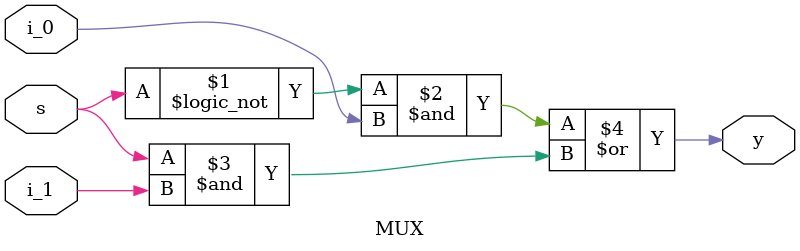
<source format=v>
`timescale 1ns / 1ps


module MUX(
    input i_0, i_1, s,
    output y
    );
    
assign y = (!s & i_0) | (s & i_1); 
endmodule

</source>
